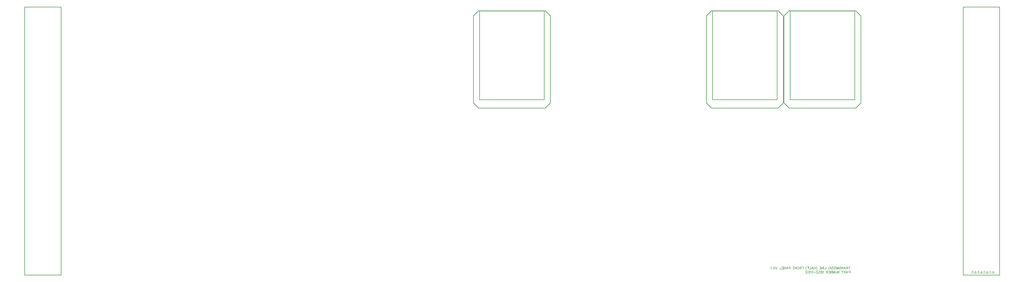
<source format=gbo>
G04 Layer: BottomSilkscreenLayer*
G04 EasyEDA v6.5.34, 2023-08-21 18:11:39*
G04 69f12b32e1f2471e8f8ee6d1f76a66ce,5a6b42c53f6a479593ecc07194224c93,10*
G04 Gerber Generator version 0.2*
G04 Scale: 100 percent, Rotated: No, Reflected: No *
G04 Dimensions in millimeters *
G04 leading zeros omitted , absolute positions ,4 integer and 5 decimal *
%FSLAX45Y45*%
%MOMM*%

%ADD10C,0.2032*%
%ADD11C,0.1520*%
%ADD12C,0.2540*%

%LPD*%
D10*
X40872308Y197289D02*
G01*
X40872308Y82745D01*
X40872308Y197289D02*
G01*
X40823217Y197289D01*
X40806855Y191836D01*
X40801399Y186382D01*
X40795945Y175473D01*
X40795945Y159108D01*
X40801399Y148199D01*
X40806855Y142745D01*
X40823217Y137289D01*
X40872308Y137289D01*
X40716308Y197289D02*
G01*
X40759943Y82745D01*
X40716308Y197289D02*
G01*
X40672672Y82745D01*
X40743581Y120926D02*
G01*
X40689037Y120926D01*
X40636672Y197289D02*
G01*
X40636672Y82745D01*
X40636672Y197289D02*
G01*
X40587582Y197289D01*
X40571219Y191836D01*
X40565763Y186382D01*
X40560309Y175473D01*
X40560309Y164564D01*
X40565763Y153654D01*
X40571219Y148199D01*
X40587582Y142745D01*
X40636672Y142745D01*
X40598491Y142745D02*
G01*
X40560309Y82745D01*
X40486126Y197289D02*
G01*
X40486126Y82745D01*
X40524309Y197289D02*
G01*
X40447945Y197289D01*
X40327945Y197289D02*
G01*
X40327945Y82745D01*
X40327945Y197289D02*
G01*
X40251583Y82745D01*
X40251583Y197289D02*
G01*
X40251583Y82745D01*
X40215581Y197289D02*
G01*
X40215581Y115473D01*
X40210127Y99108D01*
X40199218Y88199D01*
X40182855Y82745D01*
X40171946Y82745D01*
X40155581Y88199D01*
X40144674Y99108D01*
X40139218Y115473D01*
X40139218Y197289D01*
X40103219Y197289D02*
G01*
X40103219Y82745D01*
X40103219Y197289D02*
G01*
X40059582Y82745D01*
X40015947Y197289D02*
G01*
X40059582Y82745D01*
X40015947Y197289D02*
G01*
X40015947Y82745D01*
X39979945Y197289D02*
G01*
X39979945Y82745D01*
X39979945Y197289D02*
G01*
X39930854Y197289D01*
X39914492Y191836D01*
X39909038Y186382D01*
X39903582Y175473D01*
X39903582Y164564D01*
X39909038Y153654D01*
X39914492Y148199D01*
X39930854Y142745D01*
X39979945Y142745D02*
G01*
X39930854Y142745D01*
X39914492Y137289D01*
X39909038Y131836D01*
X39903582Y120926D01*
X39903582Y104564D01*
X39909038Y93654D01*
X39914492Y88199D01*
X39930854Y82745D01*
X39979945Y82745D01*
X39867583Y197289D02*
G01*
X39867583Y82745D01*
X39867583Y197289D02*
G01*
X39796674Y197289D01*
X39867583Y142745D02*
G01*
X39823946Y142745D01*
X39867583Y82745D02*
G01*
X39796674Y82745D01*
X39760674Y197289D02*
G01*
X39760674Y82745D01*
X39760674Y197289D02*
G01*
X39711584Y197289D01*
X39695219Y191836D01*
X39689765Y186382D01*
X39684309Y175473D01*
X39684309Y164564D01*
X39689765Y153654D01*
X39695219Y148199D01*
X39711584Y142745D01*
X39760674Y142745D01*
X39722493Y142745D02*
G01*
X39684309Y82745D01*
X39564309Y175473D02*
G01*
X39553400Y180926D01*
X39537038Y197289D01*
X39537038Y82745D01*
X39473766Y197289D02*
G01*
X39490129Y191836D01*
X39495582Y180926D01*
X39495582Y170017D01*
X39490129Y159108D01*
X39479220Y153654D01*
X39457401Y148199D01*
X39441038Y142745D01*
X39430129Y131836D01*
X39424676Y120926D01*
X39424676Y104564D01*
X39430129Y93654D01*
X39435582Y88199D01*
X39451948Y82745D01*
X39473766Y82745D01*
X39490129Y88199D01*
X39495582Y93654D01*
X39501038Y104564D01*
X39501038Y120926D01*
X39495582Y131836D01*
X39484675Y142745D01*
X39468310Y148199D01*
X39446492Y153654D01*
X39435582Y159108D01*
X39430129Y170017D01*
X39430129Y180926D01*
X39435582Y191836D01*
X39451948Y197289D01*
X39473766Y197289D01*
X39323220Y197289D02*
G01*
X39377764Y197289D01*
X39383220Y148199D01*
X39377764Y153654D01*
X39361402Y159108D01*
X39345039Y159108D01*
X39328674Y153654D01*
X39317764Y142745D01*
X39312311Y126382D01*
X39312311Y115473D01*
X39317764Y99108D01*
X39328674Y88199D01*
X39345039Y82745D01*
X39361402Y82745D01*
X39377764Y88199D01*
X39383220Y93654D01*
X39388674Y104564D01*
X39270856Y170017D02*
G01*
X39270856Y175473D01*
X39265402Y186382D01*
X39259946Y191836D01*
X39249040Y197289D01*
X39227221Y197289D01*
X39216312Y191836D01*
X39210856Y186382D01*
X39205402Y175473D01*
X39205402Y164564D01*
X39210856Y153654D01*
X39221765Y137289D01*
X39276312Y82745D01*
X39199947Y82745D01*
X39163947Y131836D02*
G01*
X39065766Y131836D01*
X38997039Y197289D02*
G01*
X39013401Y191836D01*
X39024311Y175473D01*
X39029766Y148199D01*
X39029766Y131836D01*
X39024311Y104564D01*
X39013401Y88199D01*
X38997039Y82745D01*
X38986129Y82745D01*
X38969767Y88199D01*
X38958857Y104564D01*
X38953401Y131836D01*
X38953401Y148199D01*
X38958857Y175473D01*
X38969767Y191836D01*
X38986129Y197289D01*
X38997039Y197289D01*
X38917402Y175473D02*
G01*
X38906493Y180926D01*
X38890130Y197289D01*
X38890130Y82745D01*
X38821403Y197289D02*
G01*
X38837765Y191836D01*
X38848675Y175473D01*
X38854131Y148199D01*
X38854131Y131836D01*
X38848675Y104564D01*
X38837765Y88199D01*
X38821403Y82745D01*
X38810493Y82745D01*
X38794131Y88199D01*
X38783221Y104564D01*
X38777765Y131836D01*
X38777765Y148199D01*
X38783221Y175473D01*
X38794131Y191836D01*
X38810493Y197289D01*
X38821403Y197289D01*
X38736313Y170017D02*
G01*
X38736313Y175473D01*
X38730857Y186382D01*
X38725403Y191836D01*
X38714494Y197289D01*
X38692675Y197289D01*
X38681766Y191836D01*
X38676313Y186382D01*
X38670857Y175473D01*
X38670857Y164564D01*
X38676313Y153654D01*
X38687222Y137289D01*
X38741766Y82745D01*
X38665404Y82745D01*
X40834127Y400489D02*
G01*
X40834127Y285945D01*
X40872308Y400489D02*
G01*
X40795945Y400489D01*
X40759943Y400489D02*
G01*
X40759943Y285945D01*
X40759943Y400489D02*
G01*
X40710853Y400489D01*
X40694490Y395036D01*
X40689037Y389582D01*
X40683581Y378673D01*
X40683581Y367764D01*
X40689037Y356854D01*
X40694490Y351399D01*
X40710853Y345945D01*
X40759943Y345945D01*
X40721762Y345945D02*
G01*
X40683581Y285945D01*
X40603944Y400489D02*
G01*
X40647581Y285945D01*
X40603944Y400489D02*
G01*
X40560310Y285945D01*
X40631219Y324126D02*
G01*
X40576672Y324126D01*
X40524309Y400489D02*
G01*
X40524309Y285945D01*
X40524309Y400489D02*
G01*
X40447945Y285945D01*
X40447945Y400489D02*
G01*
X40447945Y285945D01*
X40335581Y384126D02*
G01*
X40346490Y395036D01*
X40362855Y400489D01*
X40384674Y400489D01*
X40401036Y395036D01*
X40411946Y384126D01*
X40411946Y373217D01*
X40406490Y362308D01*
X40401036Y356854D01*
X40390127Y351399D01*
X40357399Y340489D01*
X40346490Y335036D01*
X40341036Y329582D01*
X40335581Y318673D01*
X40335581Y302308D01*
X40346490Y291399D01*
X40362855Y285945D01*
X40384674Y285945D01*
X40401036Y291399D01*
X40411946Y302308D01*
X40299581Y400489D02*
G01*
X40299581Y285945D01*
X40299581Y400489D02*
G01*
X40255946Y285945D01*
X40212309Y400489D02*
G01*
X40255946Y285945D01*
X40212309Y400489D02*
G01*
X40212309Y285945D01*
X40176309Y400489D02*
G01*
X40176309Y285945D01*
X40063945Y384126D02*
G01*
X40074855Y395036D01*
X40091220Y400489D01*
X40113036Y400489D01*
X40129401Y395036D01*
X40140310Y384126D01*
X40140310Y373217D01*
X40134854Y362308D01*
X40129401Y356854D01*
X40118492Y351399D01*
X40085764Y340489D01*
X40074855Y335036D01*
X40069401Y329582D01*
X40063945Y318673D01*
X40063945Y302308D01*
X40074855Y291399D01*
X40091220Y285945D01*
X40113036Y285945D01*
X40129401Y291399D01*
X40140310Y302308D01*
X39951583Y384126D02*
G01*
X39962493Y395036D01*
X39978855Y400489D01*
X40000674Y400489D01*
X40017037Y395036D01*
X40027946Y384126D01*
X40027946Y373217D01*
X40022492Y362308D01*
X40017037Y356854D01*
X40006127Y351399D01*
X39973399Y340489D01*
X39962493Y335036D01*
X39957037Y329582D01*
X39951583Y318673D01*
X39951583Y302308D01*
X39962493Y291399D01*
X39978855Y285945D01*
X40000674Y285945D01*
X40017037Y291399D01*
X40027946Y302308D01*
X39915581Y400489D02*
G01*
X39915581Y285945D01*
X39846857Y400489D02*
G01*
X39857763Y395036D01*
X39868673Y384126D01*
X39874129Y373217D01*
X39879582Y356854D01*
X39879582Y329582D01*
X39874129Y313217D01*
X39868673Y302308D01*
X39857763Y291399D01*
X39846857Y285945D01*
X39825038Y285945D01*
X39814129Y291399D01*
X39803219Y302308D01*
X39797763Y313217D01*
X39792310Y329582D01*
X39792310Y356854D01*
X39797763Y373217D01*
X39803219Y384126D01*
X39814129Y395036D01*
X39825038Y400489D01*
X39846857Y400489D01*
X39672310Y400489D02*
G01*
X39672310Y285945D01*
X39672310Y285945D02*
G01*
X39606857Y285945D01*
X39570855Y400489D02*
G01*
X39570855Y285945D01*
X39534856Y400489D02*
G01*
X39534856Y285945D01*
X39534856Y400489D02*
G01*
X39458493Y285945D01*
X39458493Y400489D02*
G01*
X39458493Y285945D01*
X39422494Y400489D02*
G01*
X39422494Y285945D01*
X39422494Y400489D02*
G01*
X39351584Y400489D01*
X39422494Y345945D02*
G01*
X39378856Y345945D01*
X39422494Y285945D02*
G01*
X39351584Y285945D01*
X39193401Y422308D02*
G01*
X39204310Y411399D01*
X39215220Y395036D01*
X39226129Y373217D01*
X39231585Y345945D01*
X39231585Y324126D01*
X39226129Y296854D01*
X39215220Y275036D01*
X39204310Y258673D01*
X39193401Y247764D01*
X39157402Y400489D02*
G01*
X39157402Y285945D01*
X39081039Y400489D02*
G01*
X39081039Y285945D01*
X39157402Y345945D02*
G01*
X39081039Y345945D01*
X39001402Y400489D02*
G01*
X39045040Y285945D01*
X39001402Y400489D02*
G01*
X38957765Y285945D01*
X39028674Y324126D02*
G01*
X38974130Y324126D01*
X38921766Y400489D02*
G01*
X38921766Y285945D01*
X38921766Y285945D02*
G01*
X38856312Y285945D01*
X38820313Y400489D02*
G01*
X38820313Y285945D01*
X38820313Y400489D02*
G01*
X38749404Y400489D01*
X38820313Y345945D02*
G01*
X38776676Y345945D01*
X38713402Y422308D02*
G01*
X38702495Y411399D01*
X38691586Y395036D01*
X38680677Y373217D01*
X38675221Y345945D01*
X38675221Y324126D01*
X38680677Y296854D01*
X38691586Y275036D01*
X38702495Y258673D01*
X38713402Y247764D01*
X38555221Y400489D02*
G01*
X38555221Y285945D01*
X38555221Y400489D02*
G01*
X38484312Y400489D01*
X38555221Y345945D02*
G01*
X38511586Y345945D01*
X38448312Y400489D02*
G01*
X38448312Y285945D01*
X38448312Y400489D02*
G01*
X38399222Y400489D01*
X38382859Y395036D01*
X38377403Y389582D01*
X38371950Y378673D01*
X38371950Y367764D01*
X38377403Y356854D01*
X38382859Y351399D01*
X38399222Y345945D01*
X38448312Y345945D01*
X38410131Y345945D02*
G01*
X38371950Y285945D01*
X38303222Y400489D02*
G01*
X38314132Y395036D01*
X38325041Y384126D01*
X38330494Y373217D01*
X38335950Y356854D01*
X38335950Y329582D01*
X38330494Y313217D01*
X38325041Y302308D01*
X38314132Y291399D01*
X38303222Y285945D01*
X38281404Y285945D01*
X38270494Y291399D01*
X38259585Y302308D01*
X38254132Y313217D01*
X38248676Y329582D01*
X38248676Y356854D01*
X38254132Y373217D01*
X38259585Y384126D01*
X38270494Y395036D01*
X38281404Y400489D01*
X38303222Y400489D01*
X38212676Y400489D02*
G01*
X38212676Y285945D01*
X38212676Y400489D02*
G01*
X38136314Y285945D01*
X38136314Y400489D02*
G01*
X38136314Y285945D01*
X38062131Y400489D02*
G01*
X38062131Y285945D01*
X38100314Y400489D02*
G01*
X38023949Y400489D01*
X37903950Y400489D02*
G01*
X37903950Y285945D01*
X37903950Y400489D02*
G01*
X37854859Y400489D01*
X37838496Y395036D01*
X37833040Y389582D01*
X37827587Y378673D01*
X37827587Y362308D01*
X37833040Y351399D01*
X37838496Y345945D01*
X37854859Y340489D01*
X37903950Y340489D01*
X37747950Y400489D02*
G01*
X37791588Y285945D01*
X37747950Y400489D02*
G01*
X37704313Y285945D01*
X37775222Y324126D02*
G01*
X37720678Y324126D01*
X37668314Y400489D02*
G01*
X37668314Y285945D01*
X37668314Y400489D02*
G01*
X37591951Y285945D01*
X37591951Y400489D02*
G01*
X37591951Y285945D01*
X37555952Y400489D02*
G01*
X37555952Y285945D01*
X37555952Y400489D02*
G01*
X37485043Y400489D01*
X37555952Y345945D02*
G01*
X37512315Y345945D01*
X37555952Y285945D02*
G01*
X37485043Y285945D01*
X37449043Y400489D02*
G01*
X37449043Y285945D01*
X37449043Y285945D02*
G01*
X37383587Y285945D01*
X37263588Y400489D02*
G01*
X37219950Y285945D01*
X37176316Y400489D02*
G01*
X37219950Y285945D01*
X37107588Y400489D02*
G01*
X37123951Y395036D01*
X37134860Y378673D01*
X37140316Y351399D01*
X37140316Y335036D01*
X37134860Y307764D01*
X37123951Y291399D01*
X37107588Y285945D01*
X37096679Y285945D01*
X37080316Y291399D01*
X37069407Y307764D01*
X37063951Y335036D01*
X37063951Y351399D01*
X37069407Y378673D01*
X37080316Y395036D01*
X37096679Y400489D01*
X37107588Y400489D01*
X37022498Y313217D02*
G01*
X37027952Y307764D01*
X37022498Y302308D01*
X37017043Y307764D01*
X37022498Y313217D01*
X36981043Y378673D02*
G01*
X36970134Y384126D01*
X36953771Y400489D01*
X36953771Y285945D01*
D11*
X47974143Y191551D02*
G01*
X47974143Y108424D01*
X47979340Y92837D01*
X47984534Y87642D01*
X47994925Y82448D01*
X48005316Y82448D01*
X48015707Y87642D01*
X48020904Y92837D01*
X48026099Y108424D01*
X48026099Y118816D01*
X47939853Y191551D02*
G01*
X47939853Y82448D01*
X47939853Y82448D02*
G01*
X47877509Y82448D01*
X47765286Y165574D02*
G01*
X47770483Y175966D01*
X47780874Y186357D01*
X47791263Y191551D01*
X47812045Y191551D01*
X47822436Y186357D01*
X47832827Y175966D01*
X47838024Y165574D01*
X47843219Y149987D01*
X47843219Y124010D01*
X47838024Y108424D01*
X47832827Y98033D01*
X47822436Y87642D01*
X47812045Y82448D01*
X47791263Y82448D01*
X47780874Y87642D01*
X47770483Y98033D01*
X47765286Y108424D01*
X47679043Y191551D02*
G01*
X47679043Y108424D01*
X47684237Y92837D01*
X47689434Y87642D01*
X47699823Y82448D01*
X47710214Y82448D01*
X47720605Y87642D01*
X47725802Y92837D01*
X47730996Y108424D01*
X47730996Y118816D01*
X47644753Y191551D02*
G01*
X47644753Y82448D01*
X47644753Y82448D02*
G01*
X47582406Y82448D01*
X47470184Y165574D02*
G01*
X47475381Y175966D01*
X47485772Y186357D01*
X47496163Y191551D01*
X47516943Y191551D01*
X47527334Y186357D01*
X47537725Y175966D01*
X47542922Y165574D01*
X47548116Y149987D01*
X47548116Y124010D01*
X47542922Y108424D01*
X47537725Y98033D01*
X47527334Y87642D01*
X47516943Y82448D01*
X47496163Y82448D01*
X47485772Y87642D01*
X47475381Y98033D01*
X47470184Y108424D01*
X47383941Y191551D02*
G01*
X47383941Y108424D01*
X47389135Y92837D01*
X47394332Y87642D01*
X47404723Y82448D01*
X47415114Y82448D01*
X47425503Y87642D01*
X47430700Y92837D01*
X47435894Y108424D01*
X47435894Y118816D01*
X47349651Y191551D02*
G01*
X47349651Y82448D01*
X47349651Y82448D02*
G01*
X47287304Y82448D01*
X47175084Y165574D02*
G01*
X47180279Y175966D01*
X47190670Y186357D01*
X47201061Y191551D01*
X47221843Y191551D01*
X47232234Y186357D01*
X47242623Y175966D01*
X47247820Y165574D01*
X47253014Y149987D01*
X47253014Y124010D01*
X47247820Y108424D01*
X47242623Y98033D01*
X47232234Y87642D01*
X47221843Y82448D01*
X47201061Y82448D01*
X47190670Y87642D01*
X47180279Y98033D01*
X47175084Y108424D01*
X47088839Y191551D02*
G01*
X47088839Y108424D01*
X47094033Y92837D01*
X47099230Y87642D01*
X47109621Y82448D01*
X47120012Y82448D01*
X47130403Y87642D01*
X47135597Y92837D01*
X47140794Y108424D01*
X47140794Y118816D01*
X47054549Y191551D02*
G01*
X47054549Y82448D01*
X47054549Y82448D02*
G01*
X46992204Y82448D01*
X46879982Y165574D02*
G01*
X46885176Y175966D01*
X46895567Y186357D01*
X46905959Y191551D01*
X46926741Y191551D01*
X46937132Y186357D01*
X46947523Y175966D01*
X46952717Y165574D01*
X46957914Y149987D01*
X46957914Y124010D01*
X46952717Y108424D01*
X46947523Y98033D01*
X46937132Y87642D01*
X46926741Y82448D01*
X46905959Y82448D01*
X46895567Y87642D01*
X46885176Y98033D01*
X46879982Y108424D01*
D12*
X37844003Y13115317D02*
G01*
X41146003Y13115317D01*
X41400003Y12861317D01*
X41400003Y8543317D01*
X41146003Y8289317D01*
X37844003Y8289317D01*
X37590003Y8543317D01*
X37590003Y12861317D01*
X37844003Y13115317D01*
X34000803Y13115317D02*
G01*
X37302803Y13115317D01*
X37556803Y12861317D01*
X37556803Y8543317D01*
X37302803Y8289317D01*
X34000803Y8289317D01*
X33746803Y8543317D01*
X33746803Y12861317D01*
X34000803Y13115317D01*
X22471199Y13115317D02*
G01*
X25773199Y13115317D01*
X26027199Y12861317D01*
X26027199Y8543317D01*
X25773199Y8289317D01*
X22471199Y8289317D01*
X22217199Y8543317D01*
X22217199Y12861317D01*
X22471199Y13115317D01*
X22522027Y13102615D02*
G01*
X25722021Y13102615D01*
X25722021Y8702624D01*
X22522027Y8702624D01*
X22522027Y13102615D01*
X34051621Y13102615D02*
G01*
X37251614Y13102615D01*
X37251614Y8702624D01*
X34051621Y8702624D01*
X34051621Y13102615D01*
X37894818Y13102615D02*
G01*
X41094812Y13102615D01*
X41094812Y8702624D01*
X37894818Y8702624D01*
X37894818Y13102615D01*
X0Y13299973D02*
G01*
X1799996Y13299973D01*
X1799996Y0D01*
X0Y0D01*
X0Y13299973D01*
X46463991Y13296900D02*
G01*
X48263987Y13296900D01*
X48263987Y-3073D01*
X46463991Y-3073D01*
X46463991Y13296900D01*
M02*

</source>
